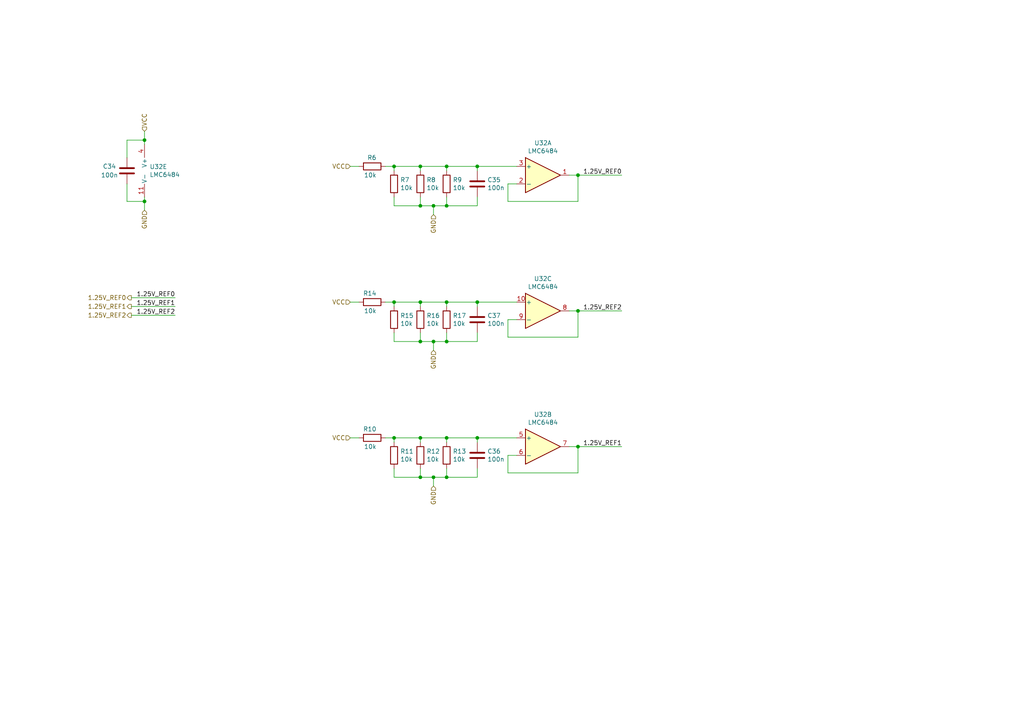
<source format=kicad_sch>
(kicad_sch (version 20211123) (generator eeschema)
  (paper "A4")
  (title_block (title "ZComputer I/O DAC Voltage References") (date "2021-10-21") (rev "v1.0") (company "Maxime Chretien") (comment 1 "mchretien@linuxmail.org"))
  (lib_symbols
    (symbol "Amplifier_Operational:LMC6484" (pin_names (offset 0.127))
      (property "Reference" "U" (at 0 5.08 0))
      (property "Value" "LMC6484" (at 0 -5.08 0))
      (symbol "LMC6484_1_1"
        (polyline (pts (xy -5.08 5.08) (xy 5.08 0) (xy -5.08 -5.08) (xy -5.08 5.08)) (stroke (width 0.254)) (fill (type background)))
        (pin output line (at 7.62 0 180) (length 2.54) (name "~") (number "1"))
        (pin input line (at -7.62 -2.54 0) (length 2.54) (name "-") (number "2"))
        (pin input line (at -7.62 2.54 0) (length 2.54) (name "+") (number "3"))
      )
      (symbol "LMC6484_2_1"
        (polyline (pts (xy -5.08 5.08) (xy 5.08 0) (xy -5.08 -5.08) (xy -5.08 5.08)) (stroke (width 0.254)) (fill (type background)))
        (pin input line (at -7.62 2.54 0) (length 2.54) (name "+") (number "5"))
        (pin input line (at -7.62 -2.54 0) (length 2.54) (name "-") (number "6"))
        (pin output line (at 7.62 0 180) (length 2.54) (name "~") (number "7"))
      )
      (symbol "LMC6484_3_1"
        (polyline (pts (xy -5.08 5.08) (xy 5.08 0) (xy -5.08 -5.08) (xy -5.08 5.08)) (stroke (width 0.254)) (fill (type background)))
        (pin input line (at -7.62 2.54 0) (length 2.54) (name "+") (number "10"))
        (pin output line (at 7.62 0 180) (length 2.54) (name "~") (number "8"))
        (pin input line (at -7.62 -2.54 0) (length 2.54) (name "-") (number "9"))
      )
      (symbol "LMC6484_4_1"
        (polyline (pts (xy -5.08 5.08) (xy 5.08 0) (xy -5.08 -5.08) (xy -5.08 5.08)) (stroke (width 0.254)) (fill (type background)))
        (pin input line (at -7.62 2.54 0) (length 2.54) (name "+") (number "12"))
        (pin input line (at -7.62 -2.54 0) (length 2.54) (name "-") (number "13"))
        (pin output line (at 7.62 0 180) (length 2.54) (name "~") (number "14"))
      )
      (symbol "LMC6484_5_1"
        (pin power_in line (at -2.54 -7.62 90) (length 3.81) (name "V-") (number "11"))
        (pin power_in line (at -2.54 7.62 270) (length 3.81) (name "V+") (number "4"))
      )
    )
    (symbol "Device:C" (pin_numbers hide) (pin_names (offset 0.254))
      (property "Reference" "C" (at 0.635 2.54 0))
      (property "Value" "C" (at 0.635 -2.54 0))
      (symbol "C_0_1"
        (polyline (pts (xy -2.032 -0.762) (xy 2.032 -0.762)) (stroke (width 0.508)))
        (polyline (pts (xy -2.032 0.762) (xy 2.032 0.762)) (stroke (width 0.508)))
      )
      (symbol "C_1_1"
        (pin passive line (at 0 3.81 270) (length 2.794) (name "~") (number "1"))
        (pin passive line (at 0 -3.81 90) (length 2.794) (name "~") (number "2"))
      )
    )
    (symbol "Device:R" (pin_numbers hide) (pin_names (offset 0))
      (property "Reference" "R" (at 2.032 0 90))
      (property "Value" "R" (at 0 0 90))
      (symbol "R_0_1"
        (rectangle (start -1.016 -2.54) (end 1.016 2.54) (stroke (width 0.254)))
      )
      (symbol "R_1_1"
        (pin passive line (at 0 3.81 270) (length 1.27) (name "~") (number "1"))
        (pin passive line (at 0 -3.81 90) (length 1.27) (name "~") (number "2"))
      )
    )
  )
  (junction (at 114.3 127))
  (junction (at 121.92 99.06))
  (junction (at 125.73 99.06))
  (junction (at 41.91 40.64))
  (junction (at 129.54 59.69))
  (junction (at 129.54 87.63))
  (junction (at 114.3 87.63))
  (junction (at 138.43 48.26))
  (junction (at 129.54 99.06))
  (junction (at 121.92 59.69))
  (junction (at 167.64 90.17))
  (junction (at 41.91 58.42))
  (junction (at 114.3 48.26))
  (junction (at 121.92 127))
  (junction (at 129.54 48.26))
  (junction (at 121.92 87.63))
  (junction (at 121.92 138.43))
  (junction (at 125.73 59.69))
  (junction (at 138.43 87.63))
  (junction (at 129.54 127))
  (junction (at 125.73 138.43))
  (junction (at 167.64 129.54))
  (junction (at 138.43 127))
  (junction (at 129.54 138.43))
  (junction (at 121.92 48.26))
  (junction (at 167.64 50.8))
  (wire (pts (xy 167.64 129.54) (xy 180.34 129.54)))
  (wire (pts (xy 125.73 99.06) (xy 125.73 101.6)))
  (wire (pts (xy 121.92 138.43) (xy 125.73 138.43)))
  (wire (pts (xy 114.3 99.06) (xy 121.92 99.06)))
  (wire (pts (xy 114.3 59.69) (xy 114.3 57.15)))
  (wire (pts (xy 41.91 40.64) (xy 36.83 40.64)))
  (wire (pts (xy 114.3 138.43) (xy 114.3 135.89)))
  (wire (pts (xy 121.92 48.26) (xy 114.3 48.26)))
  (wire (pts (xy 121.92 128.27) (xy 121.92 127)))
  (wire (pts (xy 121.92 59.69) (xy 125.73 59.69)))
  (wire (pts (xy 111.76 87.63) (xy 114.3 87.63)))
  (wire (pts (xy 165.1 90.17) (xy 167.64 90.17)))
  (wire (pts (xy 129.54 128.27) (xy 129.54 127)))
  (wire (pts (xy 114.3 48.26) (xy 114.3 49.53)))
  (wire (pts (xy 138.43 127) (xy 149.86 127)))
  (wire (pts (xy 114.3 99.06) (xy 114.3 96.52)))
  (wire (pts (xy 121.92 135.89) (xy 121.92 138.43)))
  (wire (pts (xy 129.54 127) (xy 121.92 127)))
  (wire (pts (xy 121.92 127) (xy 114.3 127)))
  (wire (pts (xy 125.73 59.69) (xy 125.73 62.23)))
  (wire (pts (xy 111.76 48.26) (xy 114.3 48.26)))
  (wire (pts (xy 38.1 86.36) (xy 50.8 86.36)))
  (wire (pts (xy 138.43 87.63) (xy 129.54 87.63)))
  (wire (pts (xy 121.92 87.63) (xy 114.3 87.63)))
  (wire (pts (xy 121.92 96.52) (xy 121.92 99.06)))
  (wire (pts (xy 138.43 127) (xy 129.54 127)))
  (wire (pts (xy 129.54 57.15) (xy 129.54 59.69)))
  (wire (pts (xy 147.32 92.71) (xy 149.86 92.71)))
  (wire (pts (xy 104.14 87.63) (xy 101.6 87.63)))
  (wire (pts (xy 167.64 58.42) (xy 147.32 58.42)))
  (wire (pts (xy 138.43 135.89) (xy 138.43 138.43)))
  (wire (pts (xy 167.64 50.8) (xy 180.34 50.8)))
  (wire (pts (xy 138.43 128.27) (xy 138.43 127)))
  (wire (pts (xy 138.43 57.15) (xy 138.43 59.69)))
  (wire (pts (xy 41.91 60.96) (xy 41.91 58.42)))
  (wire (pts (xy 129.54 138.43) (xy 138.43 138.43)))
  (wire (pts (xy 147.32 53.34) (xy 149.86 53.34)))
  (wire (pts (xy 121.92 57.15) (xy 121.92 59.69)))
  (wire (pts (xy 138.43 48.26) (xy 129.54 48.26)))
  (wire (pts (xy 121.92 88.9) (xy 121.92 87.63)))
  (wire (pts (xy 167.64 90.17) (xy 167.64 97.79)))
  (wire (pts (xy 129.54 59.69) (xy 138.43 59.69)))
  (wire (pts (xy 147.32 58.42) (xy 147.32 53.34)))
  (wire (pts (xy 121.92 49.53) (xy 121.92 48.26)))
  (wire (pts (xy 36.83 58.42) (xy 41.91 58.42)))
  (wire (pts (xy 104.14 127) (xy 101.6 127)))
  (wire (pts (xy 38.1 88.9) (xy 50.8 88.9)))
  (wire (pts (xy 165.1 129.54) (xy 167.64 129.54)))
  (wire (pts (xy 138.43 87.63) (xy 149.86 87.63)))
  (wire (pts (xy 129.54 96.52) (xy 129.54 99.06)))
  (wire (pts (xy 129.54 135.89) (xy 129.54 138.43)))
  (wire (pts (xy 167.64 90.17) (xy 180.34 90.17)))
  (wire (pts (xy 138.43 49.53) (xy 138.43 48.26)))
  (wire (pts (xy 165.1 50.8) (xy 167.64 50.8)))
  (wire (pts (xy 167.64 50.8) (xy 167.64 58.42)))
  (wire (pts (xy 138.43 88.9) (xy 138.43 87.63)))
  (wire (pts (xy 125.73 138.43) (xy 125.73 140.97)))
  (wire (pts (xy 114.3 59.69) (xy 121.92 59.69)))
  (wire (pts (xy 167.64 129.54) (xy 167.64 137.16)))
  (wire (pts (xy 129.54 87.63) (xy 121.92 87.63)))
  (wire (pts (xy 167.64 97.79) (xy 147.32 97.79)))
  (wire (pts (xy 114.3 87.63) (xy 114.3 88.9)))
  (wire (pts (xy 114.3 127) (xy 114.3 128.27)))
  (wire (pts (xy 41.91 38.1) (xy 41.91 40.64)))
  (wire (pts (xy 125.73 138.43) (xy 129.54 138.43)))
  (wire (pts (xy 129.54 99.06) (xy 138.43 99.06)))
  (wire (pts (xy 129.54 49.53) (xy 129.54 48.26)))
  (wire (pts (xy 111.76 127) (xy 114.3 127)))
  (wire (pts (xy 138.43 48.26) (xy 149.86 48.26)))
  (wire (pts (xy 104.14 48.26) (xy 101.6 48.26)))
  (wire (pts (xy 147.32 132.08) (xy 149.86 132.08)))
  (wire (pts (xy 36.83 53.34) (xy 36.83 58.42)))
  (wire (pts (xy 129.54 48.26) (xy 121.92 48.26)))
  (wire (pts (xy 125.73 99.06) (xy 129.54 99.06)))
  (wire (pts (xy 129.54 88.9) (xy 129.54 87.63)))
  (wire (pts (xy 41.91 58.42) (xy 41.91 57.15)))
  (wire (pts (xy 138.43 96.52) (xy 138.43 99.06)))
  (wire (pts (xy 147.32 97.79) (xy 147.32 92.71)))
  (wire (pts (xy 36.83 40.64) (xy 36.83 45.72)))
  (wire (pts (xy 41.91 40.64) (xy 41.91 41.91)))
  (wire (pts (xy 147.32 137.16) (xy 147.32 132.08)))
  (wire (pts (xy 125.73 59.69) (xy 129.54 59.69)))
  (wire (pts (xy 167.64 137.16) (xy 147.32 137.16)))
  (wire (pts (xy 114.3 138.43) (xy 121.92 138.43)))
  (wire (pts (xy 121.92 99.06) (xy 125.73 99.06)))
  (wire (pts (xy 38.1 91.44) (xy 50.8 91.44)))
  (label "1.25V_REF1" (at 50.8 88.9 180))
  (label "1.25V_REF1" (at 180.34 129.54 180))
  (label "1.25V_REF0" (at 50.8 86.36 180))
  (label "1.25V_REF2" (at 180.34 90.17 180))
  (label "1.25V_REF0" (at 180.34 50.8 180))
  (label "1.25V_REF2" (at 50.8 91.44 180))
  (hierarchical_label "GND" (shape input) (at 125.73 101.6 270))
  (hierarchical_label "VCC" (shape input) (at 101.6 87.63 180))
  (hierarchical_label "1.25V_REF0" (shape output) (at 38.1 86.36 180))
  (hierarchical_label "GND" (shape input) (at 41.91 60.96 270))
  (hierarchical_label "GND" (shape input) (at 125.73 140.97 270))
  (hierarchical_label "1.25V_REF2" (shape output) (at 38.1 91.44 180))
  (hierarchical_label "VCC" (shape input) (at 101.6 48.26 180))
  (hierarchical_label "VCC" (shape input) (at 101.6 127 180))
  (hierarchical_label "GND" (shape input) (at 125.73 62.23 270))
  (hierarchical_label "1.25V_REF1" (shape output) (at 38.1 88.9 180))
  (hierarchical_label "VCC" (shape input) (at 41.91 38.1 90))
  (symbol (lib_id "Amplifier_Operational:LMC6484") (at 157.48 50.8 0) (unit 1)
    (property "Reference" "U32" (at 157.48 41.4782 0))
    (property "Value" "LMC6484" (at 157.48 43.7896 0))
    (property "Datasheet" "http://www.ti.com/lit/ds/symlink/lmc6484.pdf" (effects hide))
  )
  (symbol (lib_id "Amplifier_Operational:LMC6484") (at 157.48 90.17 0) (unit 3)
    (property "Reference" "U32" (at 157.48 80.8482 0))
    (property "Value" "LMC6484" (at 157.48 83.1596 0))
    (property "Datasheet" "http://www.ti.com/lit/ds/symlink/lmc6484.pdf" (effects hide))
  )
  (symbol (lib_id "Device:R") (at 129.54 53.34 0) (unit 1)
    (property "Reference" "R9" (at 131.318 52.1716 0) (effects (justify left)))
    (property "Value" "10k" (at 131.318 54.483 0) (effects (justify left)))
  )
  (symbol (lib_id "Device:C") (at 138.43 53.34 0) (unit 1)
    (property "Reference" "C35" (at 141.351 52.1716 0) (effects (justify left)))
    (property "Value" "100n" (at 141.351 54.483 0) (effects (justify left)))
  )
  (symbol (lib_id "Device:R") (at 121.92 53.34 0) (unit 1)
    (property "Reference" "R8" (at 123.698 52.1716 0) (effects (justify left)))
    (property "Value" "10k" (at 123.698 54.483 0) (effects (justify left)))
  )
  (symbol (lib_id "Device:R") (at 114.3 53.34 0) (unit 1)
    (property "Reference" "R7" (at 116.078 52.1716 0) (effects (justify left)))
    (property "Value" "10k" (at 116.078 54.483 0) (effects (justify left)))
  )
  (symbol (lib_id "Device:R") (at 107.95 48.26 90) (unit 1)
    (property "Reference" "R6" (at 109.22 45.72 90) (effects (justify left)))
    (property "Value" "10k" (at 109.22 50.8 90) (effects (justify left)))
  )
  (symbol (lib_id "Device:R") (at 129.54 92.71 0) (unit 1)
    (property "Reference" "R17" (at 131.318 91.5416 0) (effects (justify left)))
    (property "Value" "10k" (at 131.318 93.853 0) (effects (justify left)))
  )
  (symbol (lib_id "Device:C") (at 138.43 92.71 0) (unit 1)
    (property "Reference" "C37" (at 141.351 91.5416 0) (effects (justify left)))
    (property "Value" "100n" (at 141.351 93.853 0) (effects (justify left)))
  )
  (symbol (lib_id "Device:R") (at 121.92 92.71 0) (unit 1)
    (property "Reference" "R16" (at 123.698 91.5416 0) (effects (justify left)))
    (property "Value" "10k" (at 123.698 93.853 0) (effects (justify left)))
  )
  (symbol (lib_id "Device:R") (at 114.3 92.71 0) (unit 1)
    (property "Reference" "R15" (at 116.078 91.5416 0) (effects (justify left)))
    (property "Value" "10k" (at 116.078 93.853 0) (effects (justify left)))
  )
  (symbol (lib_id "Device:R") (at 107.95 87.63 90) (unit 1)
    (property "Reference" "R14" (at 109.22 85.09 90) (effects (justify left)))
    (property "Value" "10k" (at 109.22 90.17 90) (effects (justify left)))
  )
  (symbol (lib_id "Amplifier_Operational:LMC6484") (at 157.48 129.54 0) (unit 2)
    (property "Reference" "U32" (at 157.48 120.2182 0))
    (property "Value" "LMC6484" (at 157.48 122.5296 0))
    (property "Datasheet" "http://www.ti.com/lit/ds/symlink/lmc6484.pdf" (effects hide))
  )
  (symbol (lib_id "Device:R") (at 129.54 132.08 0) (unit 1)
    (property "Reference" "R13" (at 131.318 130.9116 0) (effects (justify left)))
    (property "Value" "10k" (at 131.318 133.223 0) (effects (justify left)))
  )
  (symbol (lib_id "Device:C") (at 138.43 132.08 0) (unit 1)
    (property "Reference" "C36" (at 141.351 130.9116 0) (effects (justify left)))
    (property "Value" "100n" (at 141.351 133.223 0) (effects (justify left)))
  )
  (symbol (lib_id "Device:R") (at 121.92 132.08 0) (unit 1)
    (property "Reference" "R12" (at 123.698 130.9116 0) (effects (justify left)))
    (property "Value" "10k" (at 123.698 133.223 0) (effects (justify left)))
  )
  (symbol (lib_id "Device:R") (at 114.3 132.08 0) (unit 1)
    (property "Reference" "R11" (at 116.078 130.9116 0) (effects (justify left)))
    (property "Value" "10k" (at 116.078 133.223 0) (effects (justify left)))
  )
  (symbol (lib_id "Device:R") (at 107.95 127 90) (unit 1)
    (property "Reference" "R10" (at 109.22 124.46 90) (effects (justify left)))
    (property "Value" "10k" (at 109.22 129.54 90) (effects (justify left)))
  )
  (symbol (lib_id "Amplifier_Operational:LMC6484") (at 44.45 49.53 0) (unit 5)
    (property "Reference" "U32" (at 43.3832 48.3616 0) (effects (justify left)))
    (property "Value" "LMC6484" (at 43.3832 50.673 0) (effects (justify left)))
    (property "Datasheet" "http://www.ti.com/lit/ds/symlink/lmc6484.pdf" (effects hide))
  )
  (symbol (lib_id "Device:C") (at 36.83 49.53 0) (unit 1)
    (property "Reference" "C34" (at 31.75 48.26 0))
    (property "Value" "100n" (at 31.75 50.8 0))
  )
)
</source>
